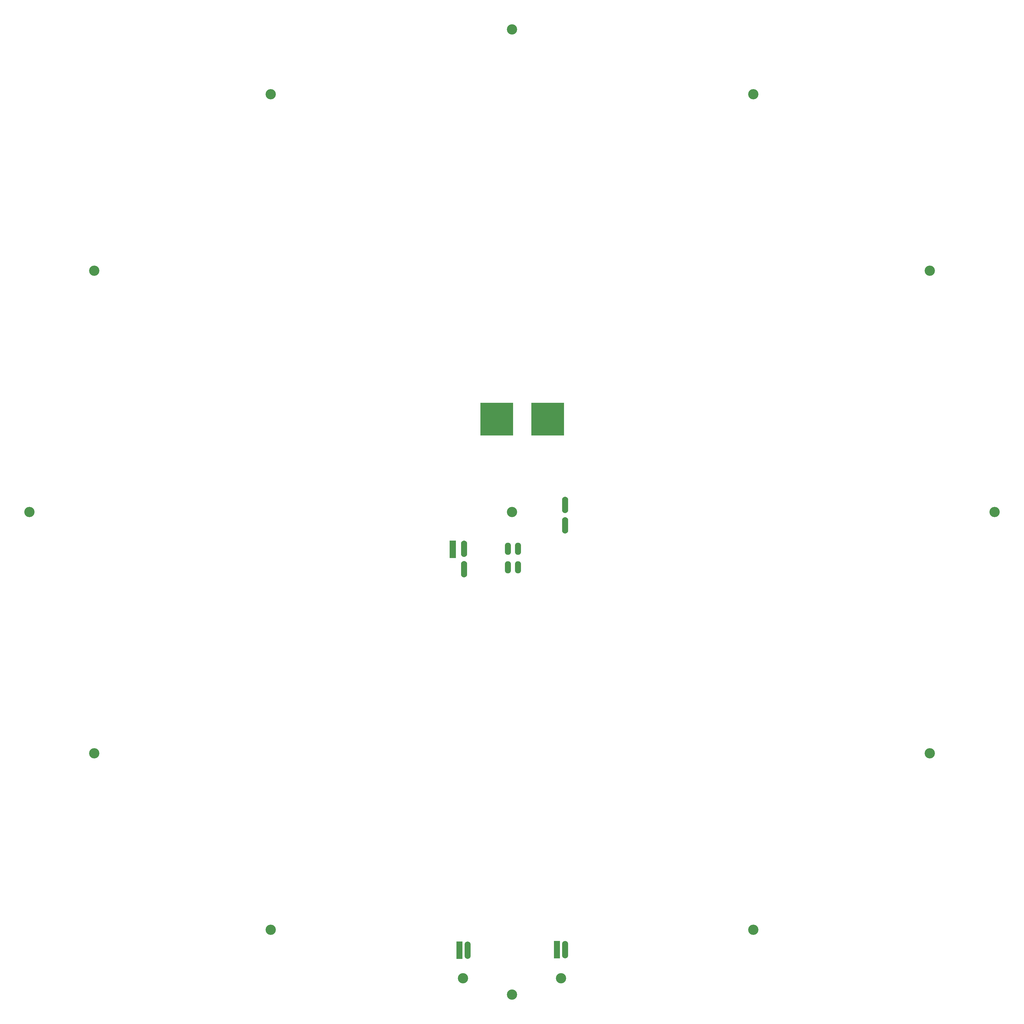
<source format=gbr>
G04 DipTrace 2.3.1.0*
%INBottomMask_58742_rev6_Blackpoint.gbr*%
%MOIN*%
%ADD18O,0.075X0.2*%
%ADD19O,0.075X0.15*%
%ADD20O,0.075X0.2125*%
%ADD35C,0.126*%
%FSLAX44Y44*%
G04*
G70*
G90*
G75*
G01*
%LNBotMask*%
%LPD*%
D35*
X5909Y64964D3*
X64964Y5909D3*
X124019Y64964D3*
X94491Y116107D3*
X35436D3*
X13820Y94491D3*
X64964Y64964D3*
X13820Y35436D3*
X35436Y13820D3*
X94491D3*
X116107Y35436D3*
Y94491D3*
X64964Y124019D3*
X70964Y7909D3*
X58964Y7904D3*
G36*
X67333Y78336D2*
X71333D1*
Y74336D1*
X67333D1*
Y78336D1*
G37*
G36*
X61083D2*
X65083D1*
Y74336D1*
X61083D1*
Y78336D1*
G37*
D20*
X71458Y11399D3*
G36*
X70083Y12461D2*
X70833D1*
Y10336D1*
X70083D1*
Y12461D1*
G37*
D18*
X71458Y63336D3*
Y65836D3*
D19*
X65708Y60461D3*
X64458D3*
X65708Y58211D3*
X64458D3*
D20*
X59520Y11336D3*
G36*
X58145Y12398D2*
X58895D1*
Y10273D1*
X58145D1*
Y12398D1*
G37*
D18*
X59083Y57961D3*
Y60461D3*
G36*
X57333Y61461D2*
X58083D1*
Y59336D1*
X57333D1*
Y61461D1*
G37*
M02*

</source>
